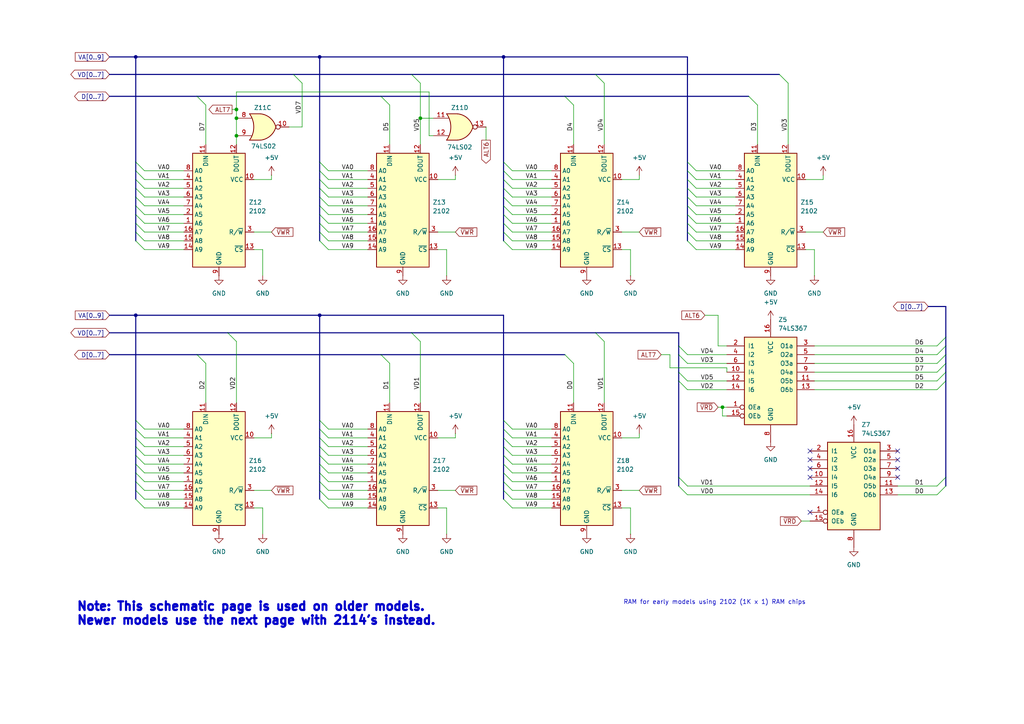
<source format=kicad_sch>
(kicad_sch (version 20231120) (generator "eeschema") (generator_version "8.0")
  (paper "A4")
  (title_block (title "Dick Smith System 80 Video and Cassette") (date "1980"))
  (lib_symbols
    (symbol "2102:2102"
      (property "Reference" "U" (at 9.906 -15.24 0))
      (property "Value" "2102" (at 11.176 -17.78 0))
      (symbol "2102_1_1"
        (rectangle (start -7.62 -1.27) (end 7.62 -34.29) (stroke (width 0.25)) (fill (type background)))
        (pin input line (at -10.16 -21.59 0) (length 2.54) (name "A6") (number "1"))
        (pin power_in line (at 10.16 -8.89 180) (length 2.54) (name "VCC") (number "10"))
        (pin bidirectional line (at -3.81 1.27 270) (length 2.54) (name "DIN") (number "11"))
        (pin bidirectional line (at 5.08 1.27 270) (length 2.54) (name "DOUT") (number "12"))
        (pin input line (at 10.16 -29.21 180) (length 2.54) (name "~{CS}") (number "13"))
        (pin input line (at -10.16 -29.21 0) (length 2.54) (name "A9") (number "14"))
        (pin input line (at -10.16 -26.67 0) (length 2.54) (name "A8") (number "15"))
        (pin input line (at -10.16 -24.13 0) (length 2.54) (name "A7") (number "16"))
        (pin input line (at -10.16 -19.05 0) (length 2.54) (name "A5") (number "2"))
        (pin input line (at 10.16 -24.13 180) (length 2.54) (name "R/~{W}") (number "3"))
        (pin input line (at -10.16 -8.89 0) (length 2.54) (name "A1") (number "4"))
        (pin input line (at -10.16 -11.43 0) (length 2.54) (name "A2") (number "5"))
        (pin input line (at -10.16 -13.97 0) (length 2.54) (name "A3") (number "6"))
        (pin input line (at -10.16 -16.51 0) (length 2.54) (name "A4") (number "7"))
        (pin input line (at -10.16 -6.35 0) (length 2.54) (name "A0") (number "8"))
        (pin power_in line (at 0 -36.83 90) (length 2.54) (name "GND") (number "9"))
      )
    )
    (symbol "74xx:74LS02" (pin_names (offset 1.016))
      (property "Reference" "U" (at 0 1.27 0))
      (property "Value" "74LS02" (at 0 -1.27 0))
      (symbol "74LS02_1_1"
        (arc (start -3.81 -3.81) (mid -2.589 0) (end -3.81 3.81) (stroke (width 0.254)))
        (arc (start -0.6096 -3.81) (mid 2.1842 -2.5851) (end 3.81 0) (stroke (width 0.254)) (fill (type background)))
        (polyline (pts (xy -3.81 -3.81) (xy -0.635 -3.81)) (stroke (width 0.254)) (fill (type background)))
        (polyline (pts (xy -3.81 3.81) (xy -0.635 3.81)) (stroke (width 0.254)) (fill (type background)))
        (polyline (pts (xy -0.635 3.81) (xy -3.81 3.81) (xy -3.81 3.81) (xy -3.556 3.4036) (xy -3.0226 2.2606) (xy -2.6924 1.0414) (xy -2.6162 -0.254) (xy -2.7686 -1.4986) (xy -3.175 -2.7178) (xy -3.81 -3.81) (xy -3.81 -3.81) (xy -0.635 -3.81)) (stroke (width -25.4)) (fill (type background)))
        (arc (start 3.81 0) (mid 2.1915 2.5936) (end -0.6096 3.81) (stroke (width 0.254)) (fill (type background)))
        (pin output inverted (at 7.62 0 180) (length 3.81) (name "~") (number "1"))
        (pin input line (at -7.62 2.54 0) (length 4.318) (name "~") (number "2"))
        (pin input line (at -7.62 -2.54 0) (length 4.318) (name "~") (number "3"))
      )
      (symbol "74LS02_1_2"
        (arc (start 0 -3.81) (mid 3.7934 0) (end 0 3.81) (stroke (width 0.254)) (fill (type background)))
        (polyline (pts (xy 0 3.81) (xy -3.81 3.81) (xy -3.81 -3.81) (xy 0 -3.81)) (stroke (width 0.254)) (fill (type background)))
        (pin output line (at 7.62 0 180) (length 3.81) (name "~") (number "1"))
        (pin input inverted (at -7.62 2.54 0) (length 3.81) (name "~") (number "2"))
        (pin input inverted (at -7.62 -2.54 0) (length 3.81) (name "~") (number "3"))
      )
      (symbol "74LS02_2_1"
        (arc (start -3.81 -3.81) (mid -2.589 0) (end -3.81 3.81) (stroke (width 0.254)))
        (arc (start -0.6096 -3.81) (mid 2.1842 -2.5851) (end 3.81 0) (stroke (width 0.254)) (fill (type background)))
        (polyline (pts (xy -3.81 -3.81) (xy -0.635 -3.81)) (stroke (width 0.254)) (fill (type background)))
        (polyline (pts (xy -3.81 3.81) (xy -0.635 3.81)) (stroke (width 0.254)) (fill (type background)))
        (polyline (pts (xy -0.635 3.81) (xy -3.81 3.81) (xy -3.81 3.81) (xy -3.556 3.4036) (xy -3.0226 2.2606) (xy -2.6924 1.0414) (xy -2.6162 -0.254) (xy -2.7686 -1.4986) (xy -3.175 -2.7178) (xy -3.81 -3.81) (xy -3.81 -3.81) (xy -0.635 -3.81)) (stroke (width -25.4)) (fill (type background)))
        (arc (start 3.81 0) (mid 2.1915 2.5936) (end -0.6096 3.81) (stroke (width 0.254)) (fill (type background)))
        (pin output inverted (at 7.62 0 180) (length 3.81) (name "~") (number "4"))
        (pin input line (at -7.62 2.54 0) (length 4.318) (name "~") (number "5"))
        (pin input line (at -7.62 -2.54 0) (length 4.318) (name "~") (number "6"))
      )
      (symbol "74LS02_2_2"
        (arc (start 0 -3.81) (mid 3.7934 0) (end 0 3.81) (stroke (width 0.254)) (fill (type background)))
        (polyline (pts (xy 0 3.81) (xy -3.81 3.81) (xy -3.81 -3.81) (xy 0 -3.81)) (stroke (width 0.254)) (fill (type background)))
        (pin output line (at 7.62 0 180) (length 3.81) (name "~") (number "4"))
        (pin input inverted (at -7.62 2.54 0) (length 3.81) (name "~") (number "5"))
        (pin input inverted (at -7.62 -2.54 0) (length 3.81) (name "~") (number "6"))
      )
      (symbol "74LS02_3_1"
        (arc (start -3.81 -3.81) (mid -2.589 0) (end -3.81 3.81) (stroke (width 0.254)))
        (arc (start -0.6096 -3.81) (mid 2.1842 -2.5851) (end 3.81 0) (stroke (width 0.254)) (fill (type background)))
        (polyline (pts (xy -3.81 -3.81) (xy -0.635 -3.81)) (stroke (width 0.254)) (fill (type background)))
        (polyline (pts (xy -3.81 3.81) (xy -0.635 3.81)) (stroke (width 0.254)) (fill (type background)))
        (polyline (pts (xy -0.635 3.81) (xy -3.81 3.81) (xy -3.81 3.81) (xy -3.556 3.4036) (xy -3.0226 2.2606) (xy -2.6924 1.0414) (xy -2.6162 -0.254) (xy -2.7686 -1.4986) (xy -3.175 -2.7178) (xy -3.81 -3.81) (xy -3.81 -3.81) (xy -0.635 -3.81)) (stroke (width -25.4)) (fill (type background)))
        (arc (start 3.81 0) (mid 2.1915 2.5936) (end -0.6096 3.81) (stroke (width 0.254)) (fill (type background)))
        (pin output inverted (at 7.62 0 180) (length 3.81) (name "~") (number "10"))
        (pin input line (at -7.62 2.54 0) (length 4.318) (name "~") (number "8"))
        (pin input line (at -7.62 -2.54 0) (length 4.318) (name "~") (number "9"))
      )
      (symbol "74LS02_3_2"
        (arc (start 0 -3.81) (mid 3.7934 0) (end 0 3.81) (stroke (width 0.254)) (fill (type background)))
        (polyline (pts (xy 0 3.81) (xy -3.81 3.81) (xy -3.81 -3.81) (xy 0 -3.81)) (stroke (width 0.254)) (fill (type background)))
        (pin output line (at 7.62 0 180) (length 3.81) (name "~") (number "10"))
        (pin input inverted (at -7.62 2.54 0) (length 3.81) (name "~") (number "8"))
        (pin input inverted (at -7.62 -2.54 0) (length 3.81) (name "~") (number "9"))
      )
      (symbol "74LS02_4_1"
        (arc (start -3.81 -3.81) (mid -2.589 0) (end -3.81 3.81) (stroke (width 0.254)))
        (arc (start -0.6096 -3.81) (mid 2.1842 -2.5851) (end 3.81 0) (stroke (width 0.254)) (fill (type background)))
        (polyline (pts (xy -3.81 -3.81) (xy -0.635 -3.81)) (stroke (width 0.254)) (fill (type background)))
        (polyline (pts (xy -3.81 3.81) (xy -0.635 3.81)) (stroke (width 0.254)) (fill (type background)))
        (polyline (pts (xy -0.635 3.81) (xy -3.81 3.81) (xy -3.81 3.81) (xy -3.556 3.4036) (xy -3.0226 2.2606) (xy -2.6924 1.0414) (xy -2.6162 -0.254) (xy -2.7686 -1.4986) (xy -3.175 -2.7178) (xy -3.81 -3.81) (xy -3.81 -3.81) (xy -0.635 -3.81)) (stroke (width -25.4)) (fill (type background)))
        (arc (start 3.81 0) (mid 2.1915 2.5936) (end -0.6096 3.81) (stroke (width 0.254)) (fill (type background)))
        (pin input line (at -7.62 2.54 0) (length 4.318) (name "~") (number "11"))
        (pin input line (at -7.62 -2.54 0) (length 4.318) (name "~") (number "12"))
        (pin output inverted (at 7.62 0 180) (length 3.81) (name "~") (number "13"))
      )
      (symbol "74LS02_4_2"
        (arc (start 0 -3.81) (mid 3.7934 0) (end 0 3.81) (stroke (width 0.254)) (fill (type background)))
        (polyline (pts (xy 0 3.81) (xy -3.81 3.81) (xy -3.81 -3.81) (xy 0 -3.81)) (stroke (width 0.254)) (fill (type background)))
        (pin input inverted (at -7.62 2.54 0) (length 3.81) (name "~") (number "11"))
        (pin input inverted (at -7.62 -2.54 0) (length 3.81) (name "~") (number "12"))
        (pin output line (at 7.62 0 180) (length 3.81) (name "~") (number "13"))
      )
      (symbol "74LS02_5_0"
        (pin power_in line (at 0 12.7 270) (length 5.08) (name "VCC") (number "14"))
        (pin power_in line (at 0 -12.7 90) (length 5.08) (name "GND") (number "7"))
      )
      (symbol "74LS02_5_1"
        (rectangle (start -5.08 7.62) (end 5.08 -7.62) (stroke (width 0.254)) (fill (type background)))
      )
    )
    (symbol "74xx:74LS367" (pin_names (offset 1.016))
      (property "Reference" "U" (at -7.62 13.97 0))
      (property "Value" "74LS367" (at -7.62 -13.97 0))
      (symbol "74LS367_1_0"
        (pin input inverted (at -12.7 -7.62 0) (length 5.08) (name "OEa") (number "1"))
        (pin input line (at -12.7 2.54 0) (length 5.08) (name "I4") (number "10"))
        (pin tri_state line (at 12.7 0 180) (length 5.08) (name "O5b") (number "11"))
        (pin input line (at -12.7 0 0) (length 5.08) (name "I5") (number "12"))
        (pin tri_state line (at 12.7 -2.54 180) (length 5.08) (name "O6b") (number "13"))
        (pin input line (at -12.7 -2.54 0) (length 5.08) (name "I6") (number "14"))
        (pin input inverted (at -12.7 -10.16 0) (length 5.08) (name "OEb") (number "15"))
        (pin power_in line (at 0 17.78 270) (length 5.08) (name "VCC") (number "16"))
        (pin input line (at -12.7 10.16 0) (length 5.08) (name "I1") (number "2"))
        (pin tri_state line (at 12.7 10.16 180) (length 5.08) (name "O1a") (number "3"))
        (pin input line (at -12.7 7.62 0) (length 5.08) (name "I2") (number "4"))
        (pin tri_state line (at 12.7 7.62 180) (length 5.08) (name "O2a") (number "5"))
        (pin input line (at -12.7 5.08 0) (length 5.08) (name "I3") (number "6"))
        (pin tri_state line (at 12.7 5.08 180) (length 5.08) (name "O3a") (number "7"))
        (pin power_in line (at 0 -17.78 90) (length 5.08) (name "GND") (number "8"))
        (pin tri_state line (at 12.7 2.54 180) (length 5.08) (name "O4a") (number "9"))
      )
      (symbol "74LS367_1_1"
        (rectangle (start -7.62 12.7) (end 7.62 -12.7) (stroke (width 0.254)) (fill (type background)))
      )
    )
    (symbol "power:+5V" (power) (pin_numbers hide) (pin_names (offset 0) hide)
      (property "Value" "+5V" (at 0 3.556 0))
      (symbol "+5V_0_1"
        (polyline (pts (xy -0.762 1.27) (xy 0 2.54)))
        (polyline (pts (xy 0 0) (xy 0 2.54)))
        (polyline (pts (xy 0 2.54) (xy 0.762 1.27)))
      )
      (symbol "+5V_1_1"
        (pin power_in line (at 0 0 90) (length 0) (name "~") (number "1"))
      )
    )
    (symbol "power:GND" (power) (pin_numbers hide) (pin_names (offset 0) hide)
      (property "Value" "GND" (at 0 -3.81 0))
      (symbol "GND_0_1"
        (polyline (pts (xy 0 0) (xy 0 -1.27) (xy 1.27 -1.27) (xy 0 -2.54) (xy -1.27 -1.27) (xy 0 -1.27)))
      )
      (symbol "GND_1_1"
        (pin power_in line (at 0 0 270) (length 0) (name "~") (number "1"))
      )
    )
  )
  (junction (at 39.37 16.51))
  (junction (at 92.71 91.44))
  (junction (at 68.58 39.37))
  (junction (at 68.58 31.75))
  (junction (at 92.71 16.51))
  (junction (at 68.58 34.29))
  (junction (at 209.55 118.11))
  (junction (at 121.92 34.29))
  (junction (at 146.05 16.51))
  (junction (at 39.37 91.44))
  (no_connect (at 260.35 133.35))
  (no_connect (at 260.35 135.89))
  (no_connect (at 234.95 135.89))
  (no_connect (at 234.95 138.43))
  (no_connect (at 234.95 130.81))
  (no_connect (at 234.95 148.59))
  (no_connect (at 260.35 130.81))
  (no_connect (at 234.95 133.35))
  (no_connect (at 260.35 138.43))
  (bus_entry (at 146.05 49.53) (size 2.54 2.54))
  (bus_entry (at 146.05 139.7) (size 2.54 2.54))
  (bus_entry (at 92.71 57.15) (size 2.54 2.54))
  (bus_entry (at 146.05 127) (size 2.54 2.54))
  (bus_entry (at 39.37 59.69) (size 2.54 2.54))
  (bus_entry (at 92.71 124.46) (size 2.54 2.54))
  (bus_entry (at 92.71 144.78) (size 2.54 2.54))
  (bus_entry (at 39.37 137.16) (size 2.54 2.54))
  (bus_entry (at 92.71 137.16) (size 2.54 2.54))
  (bus_entry (at 39.37 57.15) (size 2.54 2.54))
  (bus_entry (at 39.37 67.31) (size 2.54 2.54))
  (bus_entry (at 39.37 142.24) (size 2.54 2.54))
  (bus_entry (at 92.71 69.85) (size 2.54 2.54))
  (bus_entry (at 39.37 132.08) (size 2.54 2.54))
  (bus_entry (at 146.05 142.24) (size 2.54 2.54))
  (bus_entry (at 92.71 46.99) (size 2.54 2.54))
  (bus_entry (at 196.85 102.87) (size 2.54 2.54))
  (bus_entry (at 110.49 102.87) (size 2.54 2.54))
  (bus_entry (at 146.05 121.92) (size 2.54 2.54))
  (bus_entry (at 39.37 64.77) (size 2.54 2.54))
  (bus_entry (at 146.05 62.23) (size 2.54 2.54))
  (bus_entry (at 146.05 67.31) (size 2.54 2.54))
  (bus_entry (at 85.09 21.59) (size 2.54 2.54))
  (bus_entry (at 66.04 96.52) (size 2.54 2.54))
  (bus_entry (at 199.39 64.77) (size 2.54 2.54))
  (bus_entry (at 274.32 110.49) (size -2.54 2.54))
  (bus_entry (at 172.72 96.52) (size 2.54 2.54))
  (bus_entry (at 39.37 127) (size 2.54 2.54))
  (bus_entry (at 92.71 139.7) (size 2.54 2.54))
  (bus_entry (at 146.05 137.16) (size 2.54 2.54))
  (bus_entry (at 92.71 49.53) (size 2.54 2.54))
  (bus_entry (at 146.05 134.62) (size 2.54 2.54))
  (bus_entry (at 39.37 139.7) (size 2.54 2.54))
  (bus_entry (at 196.85 138.43) (size 2.54 2.54))
  (bus_entry (at 92.71 67.31) (size 2.54 2.54))
  (bus_entry (at 110.49 27.94) (size 2.54 2.54))
  (bus_entry (at 146.05 129.54) (size 2.54 2.54))
  (bus_entry (at 146.05 144.78) (size 2.54 2.54))
  (bus_entry (at 199.39 67.31) (size 2.54 2.54))
  (bus_entry (at 146.05 64.77) (size 2.54 2.54))
  (bus_entry (at 92.71 132.08) (size 2.54 2.54))
  (bus_entry (at 92.71 129.54) (size 2.54 2.54))
  (bus_entry (at 163.83 27.94) (size 2.54 2.54))
  (bus_entry (at 199.39 57.15) (size 2.54 2.54))
  (bus_entry (at 92.71 59.69) (size 2.54 2.54))
  (bus_entry (at 274.32 140.97) (size -2.54 2.54))
  (bus_entry (at 57.15 102.87) (size 2.54 2.54))
  (bus_entry (at 196.85 107.95) (size 2.54 2.54))
  (bus_entry (at 226.06 21.59) (size 2.54 2.54))
  (bus_entry (at 146.05 59.69) (size 2.54 2.54))
  (bus_entry (at 39.37 54.61) (size 2.54 2.54))
  (bus_entry (at 199.39 59.69) (size 2.54 2.54))
  (bus_entry (at 92.71 127) (size 2.54 2.54))
  (bus_entry (at 199.39 54.61) (size 2.54 2.54))
  (bus_entry (at 274.32 107.95) (size -2.54 2.54))
  (bus_entry (at 146.05 124.46) (size 2.54 2.54))
  (bus_entry (at 92.71 121.92) (size 2.54 2.54))
  (bus_entry (at 146.05 132.08) (size 2.54 2.54))
  (bus_entry (at 92.71 52.07) (size 2.54 2.54))
  (bus_entry (at 39.37 69.85) (size 2.54 2.54))
  (bus_entry (at 146.05 69.85) (size 2.54 2.54))
  (bus_entry (at 92.71 54.61) (size 2.54 2.54))
  (bus_entry (at 39.37 144.78) (size 2.54 2.54))
  (bus_entry (at 274.32 97.79) (size -2.54 2.54))
  (bus_entry (at 92.71 142.24) (size 2.54 2.54))
  (bus_entry (at 199.39 52.07) (size 2.54 2.54))
  (bus_entry (at 39.37 134.62) (size 2.54 2.54))
  (bus_entry (at 199.39 62.23) (size 2.54 2.54))
  (bus_entry (at 199.39 46.99) (size 2.54 2.54))
  (bus_entry (at 146.05 52.07) (size 2.54 2.54))
  (bus_entry (at 92.71 62.23) (size 2.54 2.54))
  (bus_entry (at 92.71 64.77) (size 2.54 2.54))
  (bus_entry (at 274.32 105.41) (size -2.54 2.54))
  (bus_entry (at 172.72 21.59) (size 2.54 2.54))
  (bus_entry (at 39.37 124.46) (size 2.54 2.54))
  (bus_entry (at 217.17 27.94) (size 2.54 2.54))
  (bus_entry (at 39.37 52.07) (size 2.54 2.54))
  (bus_entry (at 196.85 140.97) (size 2.54 2.54))
  (bus_entry (at 274.32 102.87) (size -2.54 2.54))
  (bus_entry (at 196.85 100.33) (size 2.54 2.54))
  (bus_entry (at 196.85 110.49) (size 2.54 2.54))
  (bus_entry (at 39.37 129.54) (size 2.54 2.54))
  (bus_entry (at 39.37 62.23) (size 2.54 2.54))
  (bus_entry (at 146.05 46.99) (size 2.54 2.54))
  (bus_entry (at 119.38 96.52) (size 2.54 2.54))
  (bus_entry (at 119.38 21.59) (size 2.54 2.54))
  (bus_entry (at 274.32 138.43) (size -2.54 2.54))
  (bus_entry (at 92.71 134.62) (size 2.54 2.54))
  (bus_entry (at 39.37 46.99) (size 2.54 2.54))
  (bus_entry (at 163.83 102.87) (size 2.54 2.54))
  (bus_entry (at 39.37 49.53) (size 2.54 2.54))
  (bus_entry (at 146.05 57.15) (size 2.54 2.54))
  (bus_entry (at 146.05 54.61) (size 2.54 2.54))
  (bus_entry (at 274.32 100.33) (size -2.54 2.54))
  (bus_entry (at 199.39 49.53) (size 2.54 2.54))
  (bus_entry (at 199.39 69.85) (size 2.54 2.54))
  (bus_entry (at 39.37 121.92) (size 2.54 2.54))
  (bus_entry (at 57.15 27.94) (size 2.54 2.54))
  (wire (pts (xy 41.91 49.53) (xy 53.34 49.53)))
  (bus (pts (xy 146.05 16.51) (xy 146.05 46.99)))
  (bus (pts (xy 92.71 67.31) (xy 92.71 69.85)))
  (bus (pts (xy 274.32 107.95) (xy 274.32 110.49)))
  (bus (pts (xy 199.39 52.07) (xy 199.39 54.61)))
  (bus (pts (xy 31.75 96.52) (xy 66.04 96.52)))
  (wire (pts (xy 127 67.31) (xy 132.08 67.31)))
  (wire (pts (xy 199.39 143.51) (xy 234.95 143.51)))
  (bus (pts (xy 39.37 16.51) (xy 39.37 46.99)))
  (bus (pts (xy 39.37 46.99) (xy 39.37 49.53)))
  (wire (pts (xy 201.93 64.77) (xy 213.36 64.77)))
  (bus (pts (xy 146.05 142.24) (xy 146.05 144.78)))
  (wire (pts (xy 129.54 72.39) (xy 127 72.39)))
  (wire (pts (xy 41.91 57.15) (xy 53.34 57.15)))
  (wire (pts (xy 148.59 139.7) (xy 160.02 139.7)))
  (bus (pts (xy 39.37 57.15) (xy 39.37 59.69)))
  (wire (pts (xy 236.22 107.95) (xy 271.78 107.95)))
  (wire (pts (xy 208.28 100.33) (xy 208.28 91.44)))
  (wire (pts (xy 95.25 52.07) (xy 106.68 52.07)))
  (wire (pts (xy 180.34 142.24) (xy 185.42 142.24)))
  (wire (pts (xy 41.91 124.46) (xy 53.34 124.46)))
  (bus (pts (xy 196.85 96.52) (xy 172.72 96.52)))
  (wire (pts (xy 113.03 105.41) (xy 113.03 116.84)))
  (bus (pts (xy 172.72 21.59) (xy 226.06 21.59)))
  (wire (pts (xy 95.25 144.78) (xy 106.68 144.78)))
  (bus (pts (xy 39.37 91.44) (xy 39.37 121.92)))
  (wire (pts (xy 148.59 67.31) (xy 160.02 67.31)))
  (wire (pts (xy 194.31 102.87) (xy 194.31 106.68)))
  (bus (pts (xy 146.05 139.7) (xy 146.05 142.24)))
  (wire (pts (xy 148.59 59.69) (xy 160.02 59.69)))
  (bus (pts (xy 92.71 91.44) (xy 146.05 91.44)))
  (wire (pts (xy 194.31 106.68) (xy 210.82 106.68)))
  (wire (pts (xy 166.37 105.41) (xy 166.37 116.84)))
  (bus (pts (xy 92.71 134.62) (xy 92.71 137.16)))
  (wire (pts (xy 41.91 62.23) (xy 53.34 62.23)))
  (wire (pts (xy 41.91 144.78) (xy 53.34 144.78)))
  (wire (pts (xy 41.91 137.16) (xy 53.34 137.16)))
  (wire (pts (xy 185.42 52.07) (xy 185.42 50.8)))
  (bus (pts (xy 39.37 59.69) (xy 39.37 62.23)))
  (wire (pts (xy 95.25 147.32) (xy 106.68 147.32)))
  (bus (pts (xy 92.71 62.23) (xy 92.71 64.77)))
  (bus (pts (xy 31.75 27.94) (xy 57.15 27.94)))
  (wire (pts (xy 68.58 31.75) (xy 68.58 34.29)))
  (bus (pts (xy 92.71 127) (xy 92.71 129.54)))
  (bus (pts (xy 119.38 96.52) (xy 172.72 96.52)))
  (wire (pts (xy 95.25 127) (xy 106.68 127)))
  (bus (pts (xy 39.37 16.51) (xy 92.71 16.51)))
  (wire (pts (xy 95.25 142.24) (xy 106.68 142.24)))
  (wire (pts (xy 95.25 59.69) (xy 106.68 59.69)))
  (wire (pts (xy 129.54 80.01) (xy 129.54 72.39)))
  (bus (pts (xy 92.71 91.44) (xy 92.71 121.92)))
  (bus (pts (xy 66.04 96.52) (xy 119.38 96.52)))
  (bus (pts (xy 146.05 121.92) (xy 146.05 124.46)))
  (bus (pts (xy 92.71 52.07) (xy 92.71 54.61)))
  (wire (pts (xy 236.22 102.87) (xy 271.78 102.87)))
  (wire (pts (xy 148.59 142.24) (xy 160.02 142.24)))
  (bus (pts (xy 196.85 107.95) (xy 196.85 110.49)))
  (wire (pts (xy 148.59 127) (xy 160.02 127)))
  (wire (pts (xy 180.34 67.31) (xy 185.42 67.31)))
  (wire (pts (xy 121.92 99.06) (xy 121.92 116.84)))
  (bus (pts (xy 31.75 21.59) (xy 85.09 21.59)))
  (bus (pts (xy 39.37 137.16) (xy 39.37 139.7)))
  (wire (pts (xy 232.41 151.13) (xy 234.95 151.13)))
  (wire (pts (xy 148.59 129.54) (xy 160.02 129.54)))
  (wire (pts (xy 41.91 69.85) (xy 53.34 69.85)))
  (bus (pts (xy 199.39 46.99) (xy 199.39 49.53)))
  (bus (pts (xy 39.37 91.44) (xy 92.71 91.44)))
  (wire (pts (xy 199.39 140.97) (xy 234.95 140.97)))
  (wire (pts (xy 201.93 72.39) (xy 213.36 72.39)))
  (bus (pts (xy 39.37 54.61) (xy 39.37 57.15)))
  (bus (pts (xy 92.71 64.77) (xy 92.71 67.31)))
  (wire (pts (xy 201.93 69.85) (xy 213.36 69.85)))
  (wire (pts (xy 201.93 57.15) (xy 213.36 57.15)))
  (wire (pts (xy 95.25 132.08) (xy 106.68 132.08)))
  (wire (pts (xy 41.91 54.61) (xy 53.34 54.61)))
  (bus (pts (xy 146.05 91.44) (xy 146.05 121.92)))
  (bus (pts (xy 110.49 102.87) (xy 163.83 102.87)))
  (bus (pts (xy 146.05 57.15) (xy 146.05 59.69)))
  (wire (pts (xy 199.39 113.03) (xy 210.82 113.03)))
  (bus (pts (xy 92.71 16.51) (xy 146.05 16.51)))
  (wire (pts (xy 233.68 52.07) (xy 238.76 52.07)))
  (bus (pts (xy 196.85 96.52) (xy 196.85 100.33)))
  (wire (pts (xy 59.69 105.41) (xy 59.69 116.84)))
  (wire (pts (xy 260.35 140.97) (xy 271.78 140.97)))
  (bus (pts (xy 274.32 97.79) (xy 274.32 100.33)))
  (bus (pts (xy 199.39 57.15) (xy 199.39 59.69)))
  (wire (pts (xy 41.91 132.08) (xy 53.34 132.08)))
  (wire (pts (xy 76.2 72.39) (xy 73.66 72.39)))
  (wire (pts (xy 201.93 59.69) (xy 213.36 59.69)))
  (wire (pts (xy 210.82 106.68) (xy 210.82 107.95)))
  (bus (pts (xy 199.39 64.77) (xy 199.39 67.31)))
  (bus (pts (xy 39.37 129.54) (xy 39.37 132.08)))
  (wire (pts (xy 41.91 147.32) (xy 53.34 147.32)))
  (wire (pts (xy 175.26 99.06) (xy 175.26 116.84)))
  (wire (pts (xy 210.82 100.33) (xy 208.28 100.33)))
  (wire (pts (xy 180.34 52.07) (xy 185.42 52.07)))
  (wire (pts (xy 95.25 64.77) (xy 106.68 64.77)))
  (wire (pts (xy 41.91 59.69) (xy 53.34 59.69)))
  (bus (pts (xy 31.75 91.44) (xy 39.37 91.44)))
  (wire (pts (xy 148.59 72.39) (xy 160.02 72.39)))
  (wire (pts (xy 78.74 52.07) (xy 78.74 50.8)))
  (wire (pts (xy 236.22 72.39) (xy 233.68 72.39)))
  (bus (pts (xy 274.32 138.43) (xy 274.32 140.97)))
  (bus (pts (xy 146.05 46.99) (xy 146.05 49.53)))
  (wire (pts (xy 208.28 91.44) (xy 204.47 91.44)))
  (wire (pts (xy 132.08 127) (xy 132.08 125.73)))
  (wire (pts (xy 124.46 39.37) (xy 124.46 26.67)))
  (wire (pts (xy 95.25 139.7) (xy 106.68 139.7)))
  (wire (pts (xy 41.91 139.7) (xy 53.34 139.7)))
  (wire (pts (xy 95.25 69.85) (xy 106.68 69.85)))
  (bus (pts (xy 39.37 52.07) (xy 39.37 54.61)))
  (wire (pts (xy 209.55 118.11) (xy 210.82 118.11)))
  (wire (pts (xy 182.88 80.01) (xy 182.88 72.39)))
  (bus (pts (xy 199.39 54.61) (xy 199.39 57.15)))
  (bus (pts (xy 92.71 132.08) (xy 92.71 134.62)))
  (bus (pts (xy 92.71 59.69) (xy 92.71 62.23)))
  (bus (pts (xy 146.05 124.46) (xy 146.05 127)))
  (wire (pts (xy 78.74 127) (xy 78.74 125.73)))
  (bus (pts (xy 92.71 49.53) (xy 92.71 52.07)))
  (wire (pts (xy 68.58 34.29) (xy 68.58 39.37)))
  (wire (pts (xy 125.73 39.37) (xy 124.46 39.37)))
  (wire (pts (xy 127 52.07) (xy 132.08 52.07)))
  (wire (pts (xy 185.42 127) (xy 185.42 125.73)))
  (bus (pts (xy 92.71 142.24) (xy 92.71 144.78)))
  (wire (pts (xy 148.59 57.15) (xy 160.02 57.15)))
  (wire (pts (xy 182.88 154.94) (xy 182.88 147.32)))
  (wire (pts (xy 201.93 54.61) (xy 213.36 54.61)))
  (bus (pts (xy 199.39 49.53) (xy 199.39 52.07)))
  (bus (pts (xy 196.85 102.87) (xy 196.85 107.95)))
  (bus (pts (xy 199.39 62.23) (xy 199.39 64.77)))
  (wire (pts (xy 236.22 100.33) (xy 271.78 100.33)))
  (bus (pts (xy 274.32 105.41) (xy 274.32 107.95)))
  (bus (pts (xy 146.05 16.51) (xy 199.39 16.51)))
  (wire (pts (xy 41.91 52.07) (xy 53.34 52.07)))
  (wire (pts (xy 260.35 143.51) (xy 271.78 143.51)))
  (wire (pts (xy 121.92 34.29) (xy 125.73 34.29)))
  (wire (pts (xy 238.76 52.07) (xy 238.76 50.8)))
  (wire (pts (xy 148.59 132.08) (xy 160.02 132.08)))
  (wire (pts (xy 68.58 26.67) (xy 68.58 31.75)))
  (wire (pts (xy 73.66 67.31) (xy 78.74 67.31)))
  (bus (pts (xy 85.09 21.59) (xy 119.38 21.59)))
  (bus (pts (xy 39.37 64.77) (xy 39.37 67.31)))
  (wire (pts (xy 76.2 147.32) (xy 73.66 147.32)))
  (bus (pts (xy 146.05 52.07) (xy 146.05 54.61)))
  (bus (pts (xy 39.37 124.46) (xy 39.37 127)))
  (wire (pts (xy 127 142.24) (xy 132.08 142.24)))
  (bus (pts (xy 92.71 137.16) (xy 92.71 139.7)))
  (wire (pts (xy 201.93 67.31) (xy 213.36 67.31)))
  (wire (pts (xy 180.34 127) (xy 185.42 127)))
  (bus (pts (xy 199.39 67.31) (xy 199.39 69.85)))
  (bus (pts (xy 274.32 100.33) (xy 274.32 102.87)))
  (wire (pts (xy 148.59 64.77) (xy 160.02 64.77)))
  (wire (pts (xy 76.2 154.94) (xy 76.2 147.32)))
  (bus (pts (xy 146.05 137.16) (xy 146.05 139.7)))
  (wire (pts (xy 233.68 67.31) (xy 238.76 67.31)))
  (wire (pts (xy 199.39 110.49) (xy 210.82 110.49)))
  (bus (pts (xy 274.32 102.87) (xy 274.32 105.41)))
  (wire (pts (xy 140.97 36.83) (xy 140.97 40.64)))
  (bus (pts (xy 110.49 27.94) (xy 163.83 27.94)))
  (bus (pts (xy 39.37 121.92) (xy 39.37 124.46)))
  (wire (pts (xy 95.25 54.61) (xy 106.68 54.61)))
  (wire (pts (xy 95.25 129.54) (xy 106.68 129.54)))
  (bus (pts (xy 146.05 54.61) (xy 146.05 57.15)))
  (bus (pts (xy 39.37 62.23) (xy 39.37 64.77)))
  (wire (pts (xy 236.22 105.41) (xy 271.78 105.41)))
  (wire (pts (xy 208.28 118.11) (xy 209.55 118.11)))
  (wire (pts (xy 182.88 147.32) (xy 180.34 147.32)))
  (wire (pts (xy 148.59 69.85) (xy 160.02 69.85)))
  (bus (pts (xy 146.05 134.62) (xy 146.05 137.16)))
  (wire (pts (xy 59.69 30.48) (xy 59.69 41.91)))
  (bus (pts (xy 39.37 67.31) (xy 39.37 69.85)))
  (bus (pts (xy 39.37 127) (xy 39.37 129.54)))
  (wire (pts (xy 209.55 120.65) (xy 209.55 118.11)))
  (wire (pts (xy 68.58 99.06) (xy 68.58 116.84)))
  (bus (pts (xy 274.32 88.9) (xy 269.24 88.9)))
  (bus (pts (xy 199.39 16.51) (xy 199.39 46.99)))
  (wire (pts (xy 201.93 62.23) (xy 213.36 62.23)))
  (bus (pts (xy 146.05 67.31) (xy 146.05 69.85)))
  (wire (pts (xy 41.91 142.24) (xy 53.34 142.24)))
  (wire (pts (xy 73.66 127) (xy 78.74 127)))
  (bus (pts (xy 146.05 49.53) (xy 146.05 52.07)))
  (bus (pts (xy 92.71 16.51) (xy 92.71 46.99)))
  (bus (pts (xy 146.05 62.23) (xy 146.05 64.77)))
  (bus (pts (xy 31.75 16.51) (xy 39.37 16.51)))
  (bus (pts (xy 119.38 21.59) (xy 172.72 21.59)))
  (wire (pts (xy 148.59 62.23) (xy 160.02 62.23)))
  (wire (pts (xy 87.63 24.13) (xy 87.63 36.83)))
  (wire (pts (xy 236.22 110.49) (xy 271.78 110.49)))
  (bus (pts (xy 92.71 139.7) (xy 92.71 142.24)))
  (bus (pts (xy 196.85 110.49) (xy 196.85 138.43)))
  (wire (pts (xy 199.39 105.41) (xy 210.82 105.41)))
  (wire (pts (xy 95.25 62.23) (xy 106.68 62.23)))
  (wire (pts (xy 73.66 142.24) (xy 78.74 142.24)))
  (wire (pts (xy 41.91 127) (xy 53.34 127)))
  (bus (pts (xy 274.32 110.49) (xy 274.32 138.43)))
  (bus (pts (xy 146.05 59.69) (xy 146.05 62.23)))
  (wire (pts (xy 148.59 147.32) (xy 160.02 147.32)))
  (wire (pts (xy 67.31 31.75) (xy 68.58 31.75)))
  (wire (pts (xy 236.22 80.01) (xy 236.22 72.39)))
  (wire (pts (xy 129.54 154.94) (xy 129.54 147.32)))
  (wire (pts (xy 199.39 102.87) (xy 210.82 102.87)))
  (wire (pts (xy 73.66 52.07) (xy 78.74 52.07)))
  (wire (pts (xy 129.54 147.32) (xy 127 147.32)))
  (wire (pts (xy 95.25 72.39) (xy 106.68 72.39)))
  (wire (pts (xy 201.93 49.53) (xy 213.36 49.53)))
  (bus (pts (xy 163.83 27.94) (xy 217.17 27.94)))
  (bus (pts (xy 146.05 127) (xy 146.05 129.54)))
  (wire (pts (xy 148.59 134.62) (xy 160.02 134.62)))
  (bus (pts (xy 146.05 64.77) (xy 146.05 67.31)))
  (bus (pts (xy 199.39 59.69) (xy 199.39 62.23)))
  (wire (pts (xy 132.08 52.07) (xy 132.08 50.8)))
  (wire (pts (xy 148.59 144.78) (xy 160.02 144.78)))
  (bus (pts (xy 57.15 27.94) (xy 110.49 27.94)))
  (wire (pts (xy 68.58 39.37) (xy 68.58 41.91)))
  (bus (pts (xy 92.71 124.46) (xy 92.71 127)))
  (wire (pts (xy 148.59 54.61) (xy 160.02 54.61)))
  (bus (pts (xy 274.32 88.9) (xy 274.32 97.79)))
  (wire (pts (xy 175.26 24.13) (xy 175.26 41.91)))
  (bus (pts (xy 39.37 139.7) (xy 39.37 142.24)))
  (wire (pts (xy 148.59 124.46) (xy 160.02 124.46)))
  (wire (pts (xy 41.91 67.31) (xy 53.34 67.31)))
  (wire (pts (xy 95.25 134.62) (xy 106.68 134.62)))
  (wire (pts (xy 236.22 113.03) (xy 271.78 113.03)))
  (wire (pts (xy 148.59 52.07) (xy 160.02 52.07)))
  (bus (pts (xy 92.71 57.15) (xy 92.71 59.69)))
  (wire (pts (xy 121.92 24.13) (xy 121.92 34.29)))
  (wire (pts (xy 95.25 137.16) (xy 106.68 137.16)))
  (bus (pts (xy 146.05 132.08) (xy 146.05 134.62)))
  (wire (pts (xy 210.82 120.65) (xy 209.55 120.65)))
  (wire (pts (xy 182.88 72.39) (xy 180.34 72.39)))
  (wire (pts (xy 228.6 24.13) (xy 228.6 41.91)))
  (bus (pts (xy 92.71 54.61) (xy 92.71 57.15)))
  (wire (pts (xy 95.25 67.31) (xy 106.68 67.31)))
  (wire (pts (xy 83.82 36.83) (xy 87.63 36.83)))
  (wire (pts (xy 166.37 30.48) (xy 166.37 41.91)))
  (wire (pts (xy 95.25 57.15) (xy 106.68 57.15)))
  (bus (pts (xy 39.37 134.62) (xy 39.37 137.16)))
  (bus (pts (xy 92.71 121.92) (xy 92.71 124.46)))
  (bus (pts (xy 39.37 132.08) (xy 39.37 134.62)))
  (wire (pts (xy 41.91 134.62) (xy 53.34 134.62)))
  (wire (pts (xy 95.25 124.46) (xy 106.68 124.46)))
  (bus (pts (xy 57.15 102.87) (xy 110.49 102.87)))
  (bus (pts (xy 146.05 129.54) (xy 146.05 132.08)))
  (wire (pts (xy 148.59 137.16) (xy 160.02 137.16)))
  (bus (pts (xy 39.37 142.24) (xy 39.37 144.78)))
  (wire (pts (xy 41.91 72.39) (xy 53.34 72.39)))
  (wire (pts (xy 113.03 30.48) (xy 113.03 41.91)))
  (bus (pts (xy 196.85 100.33) (xy 196.85 102.87)))
  (bus (pts (xy 31.75 102.87) (xy 57.15 102.87)))
  (wire (pts (xy 95.25 49.53) (xy 106.68 49.53)))
  (bus (pts (xy 92.71 46.99) (xy 92.71 49.53)))
  (wire (pts (xy 124.46 26.67) (xy 68.58 26.67)))
  (wire (pts (xy 121.92 34.29) (xy 121.92 41.91)))
  (wire (pts (xy 201.93 52.07) (xy 213.36 52.07)))
  (wire (pts (xy 148.59 49.53) (xy 160.02 49.53)))
  (wire (pts (xy 41.91 64.77) (xy 53.34 64.77)))
  (bus (pts (xy 92.71 129.54) (xy 92.71 132.08)))
  (wire (pts (xy 41.91 129.54) (xy 53.34 129.54)))
  (bus (pts (xy 196.85 138.43) (xy 196.85 140.97)))
  (wire (pts (xy 191.77 102.87) (xy 194.31 102.87)))
  (bus (pts (xy 39.37 49.53) (xy 39.37 52.07)))
  (wire (pts (xy 219.71 30.48) (xy 219.71 41.91)))
  (wire (pts (xy 127 127) (xy 132.08 127)))
  (wire (pts (xy 76.2 80.01) (xy 76.2 72.39)))
  (text "RAM for early models using 2102 (1K x 1) RAM chips" (at 207.264 174.752 0) (effects (font (size 1.27 1.27))))
  (text "Note: This schematic page is used on older models.\nNewer models use the next page with 2114's instead." (at 22.098 178.054 0) (effects (font (size 2.5 2.5) (thickness 0.7) (bold yes)) (justify left)))
  (label "VA6" (at 99.06 64.77 0))
  (label "VA1" (at 205.74 52.07 0))
  (label "VA0" (at 152.4 49.53 0))
  (label "VD1" (at 203.2 140.97 0))
  (label "VA2" (at 205.74 54.61 0))
  (label "VA4" (at 45.72 59.69 0))
  (label "VD0" (at 203.2 143.51 0))
  (label "D4" (at 166.37 38.1 90))
  (label "VA8" (at 45.72 69.85 0))
  (label "VA4" (at 152.4 59.69 0))
  (label "VA8" (at 152.4 69.85 0))
  (label "VA7" (at 152.4 67.31 0))
  (label "VA6" (at 45.72 139.7 0))
  (label "D5" (at 267.97 110.49 180))
  (label "VA3" (at 99.06 57.15 0))
  (label "VA5" (at 99.06 62.23 0))
  (label "VD3" (at 203.2 105.41 0))
  (label "VA0" (at 152.4 124.46 0))
  (label "VA9" (at 99.06 147.32 0))
  (label "VA3" (at 45.72 57.15 0))
  (label "VA2" (at 152.4 54.61 0))
  (label "D2" (at 267.97 113.03 180))
  (label "VD2" (at 203.2 113.03 0))
  (label "D4" (at 267.97 102.87 180))
  (label "VA1" (at 45.72 52.07 0))
  (label "VA4" (at 99.06 59.69 0))
  (label "VD1" (at 121.92 113.03 90))
  (label "VA0" (at 205.74 49.53 0))
  (label "VA4" (at 45.72 134.62 0))
  (label "VA0" (at 99.06 124.46 0))
  (label "D3" (at 219.71 38.1 90))
  (label "VA9" (at 45.72 147.32 0))
  (label "VA8" (at 99.06 144.78 0))
  (label "VA1" (at 99.06 52.07 0))
  (label "VA5" (at 205.74 62.23 0))
  (label "D1" (at 267.97 140.97 180))
  (label "VA6" (at 152.4 64.77 0))
  (label "VA3" (at 152.4 57.15 0))
  (label "D7" (at 267.97 107.95 180))
  (label "VA2" (at 45.72 129.54 0))
  (label "VA8" (at 99.06 69.85 0))
  (label "VA7" (at 99.06 67.31 0))
  (label "VA5" (at 99.06 137.16 0))
  (label "VD7" (at 87.63 33.02 90))
  (label "VA8" (at 152.4 144.78 0))
  (label "VA1" (at 45.72 127 0))
  (label "VA9" (at 205.74 72.39 0))
  (label "VA6" (at 152.4 139.7 0))
  (label "VA0" (at 99.06 49.53 0))
  (label "VA9" (at 152.4 72.39 0))
  (label "VA6" (at 205.74 64.77 0))
  (label "VA0" (at 45.72 124.46 0))
  (label "D2" (at 59.69 113.03 90))
  (label "VA4" (at 205.74 59.69 0))
  (label "VA9" (at 45.72 72.39 0))
  (label "VA3" (at 99.06 132.08 0))
  (label "VA5" (at 152.4 137.16 0))
  (label "VD5" (at 203.2 110.49 0))
  (label "D3" (at 267.97 105.41 180))
  (label "VA4" (at 152.4 134.62 0))
  (label "D0" (at 267.97 143.51 180))
  (label "VA4" (at 99.06 134.62 0))
  (label "VA8" (at 205.74 69.85 0))
  (label "VD2" (at 68.58 113.03 90))
  (label "VA0" (at 45.72 49.53 0))
  (label "VA2" (at 45.72 54.61 0))
  (label "D5" (at 113.03 38.1 90))
  (label "VA9" (at 152.4 147.32 0))
  (label "D7" (at 59.69 38.1 90))
  (label "VA3" (at 45.72 132.08 0))
  (label "VA7" (at 45.72 67.31 0))
  (label "VA6" (at 45.72 64.77 0))
  (label "VD3" (at 228.6 38.1 90))
  (label "VD1" (at 175.26 113.03 90))
  (label "D0" (at 166.37 113.03 90))
  (label "VA2" (at 99.06 129.54 0))
  (label "VA3" (at 205.74 57.15 0))
  (label "VA7" (at 45.72 142.24 0))
  (label "VA1" (at 152.4 52.07 0))
  (label "VD4" (at 175.26 38.1 90))
  (label "VA2" (at 152.4 129.54 0))
  (label "VA1" (at 99.06 127 0))
  (label "VA5" (at 45.72 137.16 0))
  (label "VA7" (at 152.4 142.24 0))
  (label "VA3" (at 152.4 132.08 0))
  (label "D1" (at 113.03 113.03 90))
  (label "VA5" (at 45.72 62.23 0))
  (label "VA8" (at 45.72 144.78 0))
  (label "VA5" (at 152.4 62.23 0))
  (label "VD4" (at 203.2 102.87 0))
  (label "VA7" (at 205.74 67.31 0))
  (label "VA1" (at 152.4 127 0))
  (label "VA9" (at 99.06 72.39 0))
  (label "VA6" (at 99.06 139.7 0))
  (label "D6" (at 267.97 100.33 180))
  (label "VA7" (at 99.06 142.24 0))
  (label "VD5" (at 121.92 38.1 90))
  (label "VA2" (at 99.06 54.61 0))
  (global_label "ALT6" (shape output) (at 140.97 40.64 270) (property "Intersheetrefs" "${INTERSHEET_REFS}" (effects (hide yes))))
  (global_label "~{VWR}" (shape input) (at 78.74 142.24 0) (property "Intersheetrefs" "${INTERSHEET_REFS}" (effects (hide yes))))
  (global_label "~{VWR}" (shape input) (at 78.74 67.31 0) (property "Intersheetrefs" "${INTERSHEET_REFS}" (effects (hide yes))))
  (global_label "ALT7" (shape output) (at 67.31 31.75 180) (property "Intersheetrefs" "${INTERSHEET_REFS}" (effects (hide yes))))
  (global_label "VA[0..9]" (shape input) (at 31.75 16.51 180) (property "Intersheetrefs" "${INTERSHEET_REFS}" (effects (hide yes))))
  (global_label "D[0..7]" (shape bidirectional) (at 269.24 88.9 180) (property "Intersheetrefs" "${INTERSHEET_REFS}" (effects (hide yes))))
  (global_label "VD[0..7]" (shape bidirectional) (at 31.75 96.52 180) (property "Intersheetrefs" "${INTERSHEET_REFS}" (effects (hide yes))))
  (global_label "VA[0..9]" (shape input) (at 31.75 91.44 180) (property "Intersheetrefs" "${INTERSHEET_REFS}" (effects (hide yes))))
  (global_label "ALT7" (shape input) (at 191.77 102.87 180) (property "Intersheetrefs" "${INTERSHEET_REFS}" (effects (hide yes))))
  (global_label "~{VWR}" (shape input) (at 132.08 67.31 0) (property "Intersheetrefs" "${INTERSHEET_REFS}" (effects (hide yes))))
  (global_label "~{VRD}" (shape input) (at 232.41 151.13 180) (property "Intersheetrefs" "${INTERSHEET_REFS}" (effects (hide yes))))
  (global_label "~{VWR}" (shape input) (at 185.42 142.24 0) (property "Intersheetrefs" "${INTERSHEET_REFS}" (effects (hide yes))))
  (global_label "~{VWR}" (shape input) (at 238.76 67.31 0) (property "Intersheetrefs" "${INTERSHEET_REFS}" (effects (hide yes))))
  (global_label "~{VWR}" (shape input) (at 132.08 142.24 0) (property "Intersheetrefs" "${INTERSHEET_REFS}" (effects (hide yes))))
  (global_label "~{VRD}" (shape input) (at 208.28 118.11 180) (property "Intersheetrefs" "${INTERSHEET_REFS}" (effects (hide yes))))
  (global_label "D[0..7]" (shape bidirectional) (at 31.75 102.87 180) (property "Intersheetrefs" "${INTERSHEET_REFS}" (effects (hide yes))))
  (global_label "D[0..7]" (shape bidirectional) (at 31.75 27.94 180) (property "Intersheetrefs" "${INTERSHEET_REFS}" (effects (hide yes))))
  (global_label "VD[0..7]" (shape bidirectional) (at 31.75 21.59 180) (property "Intersheetrefs" "${INTERSHEET_REFS}" (effects (hide yes))))
  (global_label "~{VWR}" (shape input) (at 185.42 67.31 0) (property "Intersheetrefs" "${INTERSHEET_REFS}" (effects (hide yes))))
  (global_label "ALT6" (shape input) (at 204.47 91.44 180) (property "Intersheetrefs" "${INTERSHEET_REFS}" (effects (hide yes))))
  (symbol (lib_id "2102:2102") (at 63.5 118.11 0) (unit 1)
    (property "Reference" "Z16" (at 72.136 133.604 0) (effects (justify left)))
    (property "Value" "2102" (at 72.136 136.144 0) (effects (justify left)))
    (property "Footprint" "Package_DIP:DIP-16_W7.62mm" (effects (hide yes)))
    (property "Datasheet" "https://www.princeton.edu/~mae412/HANDOUTS/Datasheets/2102.pdf" (effects (hide yes)))
  )
  (symbol (lib_id "74xx:74LS367") (at 247.65 140.97 0) (unit 1)
    (property "Reference" "Z7" (at 249.8441 123.19 0) (effects (justify left)))
    (property "Value" "74LS367" (at 249.8441 125.73 0) (effects (justify left)))
    (property "Datasheet" "http://www.ti.com/lit/gpn/sn74LS367" (effects (hide yes)))
    (property "Description" "Hex Bus Driver 3-state outputs" (effects (hide yes)))
  )
  (symbol (lib_id "power:GND") (at 236.22 80.01 0) (unit 1)
    (property "Reference" "#PWR080" (effects (hide yes)))
    (property "Value" "GND" (at 236.22 85.09 0))
    (property "Description" "Power symbol creates a global label with name \"GND\" , ground" (effects (hide yes)))
  )
  (symbol (lib_id "74xx:74LS02") (at 76.2 36.83 0) (unit 3)
    (property "Reference" "Z11" (at 76.2 31.242 0))
    (property "Value" "74LS02" (at 76.454 42.418 0))
    (property "Footprint" "Package_DIP:DIP-14_W7.62mm" (effects (hide yes)))
    (property "Datasheet" "http://www.ti.com/lit/gpn/sn74ls02" (effects (hide yes)))
    (property "Description" "quad 2-input NOR gate" (effects (hide yes)))
  )
  (symbol (lib_id "2102:2102") (at 116.84 118.11 0) (unit 1)
    (property "Reference" "Z17" (at 125.476 133.604 0) (effects (justify left)))
    (property "Value" "2102" (at 125.476 136.144 0) (effects (justify left)))
    (property "Footprint" "Package_DIP:DIP-16_W7.62mm" (effects (hide yes)))
    (property "Datasheet" "https://www.princeton.edu/~mae412/HANDOUTS/Datasheets/2102.pdf" (effects (hide yes)))
  )
  (symbol (lib_id "power:+5V") (at 185.42 125.73 0) (unit 1)
    (property "Reference" "#PWR090" (effects (hide yes)))
    (property "Value" "+5V" (at 185.42 120.65 0))
    (property "Description" "Power symbol creates a global label with name \"+5V\"" (effects (hide yes)))
  )
  (symbol (lib_id "power:+5V") (at 78.74 125.73 0) (unit 1)
    (property "Reference" "#PWR084" (effects (hide yes)))
    (property "Value" "+5V" (at 78.74 120.65 0))
    (property "Description" "Power symbol creates a global label with name \"+5V\"" (effects (hide yes)))
  )
  (symbol (lib_id "power:+5V") (at 247.65 123.19 0) (unit 1)
    (property "Reference" "#PWR093" (effects (hide yes)))
    (property "Value" "+5V" (at 247.65 118.11 0))
    (property "Description" "Power symbol creates a global label with name \"+5V\"" (effects (hide yes)))
  )
  (symbol (lib_id "power:+5V") (at 132.08 125.73 0) (unit 1)
    (property "Reference" "#PWR087" (effects (hide yes)))
    (property "Value" "+5V" (at 132.08 120.65 0))
    (property "Description" "Power symbol creates a global label with name \"+5V\"" (effects (hide yes)))
  )
  (symbol (lib_id "2102:2102") (at 116.84 43.18 0) (unit 1)
    (property "Reference" "Z13" (at 125.476 58.674 0) (effects (justify left)))
    (property "Value" "2102" (at 125.476 61.214 0) (effects (justify left)))
    (property "Footprint" "Package_DIP:DIP-16_W7.62mm" (effects (hide yes)))
    (property "Datasheet" "https://www.princeton.edu/~mae412/HANDOUTS/Datasheets/2102.pdf" (effects (hide yes)))
  )
  (symbol (lib_id "2102:2102") (at 170.18 118.11 0) (unit 1)
    (property "Reference" "Z18" (at 178.816 133.604 0) (effects (justify left)))
    (property "Value" "2102" (at 178.816 136.144 0) (effects (justify left)))
    (property "Footprint" "Package_DIP:DIP-16_W7.62mm" (effects (hide yes)))
    (property "Datasheet" "https://www.princeton.edu/~mae412/HANDOUTS/Datasheets/2102.pdf" (effects (hide yes)))
  )
  (symbol (lib_id "power:GND") (at 129.54 80.01 0) (unit 1)
    (property "Reference" "#PWR074" (effects (hide yes)))
    (property "Value" "GND" (at 129.54 85.09 0))
    (property "Description" "Power symbol creates a global label with name \"GND\" , ground" (effects (hide yes)))
  )
  (symbol (lib_id "2102:2102") (at 170.18 43.18 0) (unit 1)
    (property "Reference" "Z14" (at 178.816 58.674 0) (effects (justify left)))
    (property "Value" "2102" (at 178.816 61.214 0) (effects (justify left)))
    (property "Footprint" "Package_DIP:DIP-16_W7.62mm" (effects (hide yes)))
    (property "Datasheet" "https://www.princeton.edu/~mae412/HANDOUTS/Datasheets/2102.pdf" (effects (hide yes)))
  )
  (symbol (lib_id "power:GND") (at 129.54 154.94 0) (unit 1)
    (property "Reference" "#PWR086" (effects (hide yes)))
    (property "Value" "GND" (at 129.54 160.02 0))
    (property "Description" "Power symbol creates a global label with name \"GND\" , ground" (effects (hide yes)))
  )
  (symbol (lib_id "power:GND") (at 182.88 154.94 0) (unit 1)
    (property "Reference" "#PWR089" (effects (hide yes)))
    (property "Value" "GND" (at 182.88 160.02 0))
    (property "Description" "Power symbol creates a global label with name \"GND\" , ground" (effects (hide yes)))
  )
  (symbol (lib_id "power:GND") (at 223.52 80.01 0) (unit 1)
    (property "Reference" "#PWR079" (effects (hide yes)))
    (property "Value" "GND" (at 223.52 85.09 0))
    (property "Description" "Power symbol creates a global label with name \"GND\" , ground" (effects (hide yes)))
  )
  (symbol (lib_id "power:+5V") (at 185.42 50.8 0) (unit 1)
    (property "Reference" "#PWR078" (effects (hide yes)))
    (property "Value" "+5V" (at 185.42 45.72 0))
    (property "Description" "Power symbol creates a global label with name \"+5V\"" (effects (hide yes)))
  )
  (symbol (lib_id "2102:2102") (at 63.5 43.18 0) (unit 1)
    (property "Reference" "Z12" (at 72.136 58.674 0) (effects (justify left)))
    (property "Value" "2102" (at 72.136 61.214 0) (effects (justify left)))
    (property "Footprint" "Package_DIP:DIP-16_W7.62mm" (effects (hide yes)))
    (property "Datasheet" "https://www.princeton.edu/~mae412/HANDOUTS/Datasheets/2102.pdf" (effects (hide yes)))
  )
  (symbol (lib_id "power:GND") (at 247.65 158.75 0) (unit 1)
    (property "Reference" "#PWR094" (effects (hide yes)))
    (property "Value" "GND" (at 247.65 163.83 0))
    (property "Description" "Power symbol creates a global label with name \"GND\" , ground" (effects (hide yes)))
  )
  (symbol (lib_id "power:+5V") (at 78.74 50.8 0) (unit 1)
    (property "Reference" "#PWR072" (effects (hide yes)))
    (property "Value" "+5V" (at 78.74 45.72 0))
    (property "Description" "Power symbol creates a global label with name \"+5V\"" (effects (hide yes)))
  )
  (symbol (lib_id "power:GND") (at 116.84 80.01 0) (unit 1)
    (property "Reference" "#PWR073" (effects (hide yes)))
    (property "Value" "GND" (at 116.84 85.09 0))
    (property "Description" "Power symbol creates a global label with name \"GND\" , ground" (effects (hide yes)))
  )
  (symbol (lib_id "power:GND") (at 170.18 80.01 0) (unit 1)
    (property "Reference" "#PWR076" (effects (hide yes)))
    (property "Value" "GND" (at 170.18 85.09 0))
    (property "Description" "Power symbol creates a global label with name \"GND\" , ground" (effects (hide yes)))
  )
  (symbol (lib_id "power:+5V") (at 132.08 50.8 0) (unit 1)
    (property "Reference" "#PWR075" (effects (hide yes)))
    (property "Value" "+5V" (at 132.08 45.72 0))
    (property "Description" "Power symbol creates a global label with name \"+5V\"" (effects (hide yes)))
  )
  (symbol (lib_id "power:GND") (at 76.2 154.94 0) (unit 1)
    (property "Reference" "#PWR083" (effects (hide yes)))
    (property "Value" "GND" (at 76.2 160.02 0))
    (property "Description" "Power symbol creates a global label with name \"GND\" , ground" (effects (hide yes)))
  )
  (symbol (lib_id "2102:2102") (at 223.52 43.18 0) (unit 1)
    (property "Reference" "Z15" (at 232.156 58.674 0) (effects (justify left)))
    (property "Value" "2102" (at 232.156 61.214 0) (effects (justify left)))
    (property "Footprint" "Package_DIP:DIP-16_W7.62mm" (effects (hide yes)))
    (property "Datasheet" "https://www.princeton.edu/~mae412/HANDOUTS/Datasheets/2102.pdf" (effects (hide yes)))
  )
  (symbol (lib_id "power:GND") (at 182.88 80.01 0) (unit 1)
    (property "Reference" "#PWR077" (effects (hide yes)))
    (property "Value" "GND" (at 182.88 85.09 0))
    (property "Description" "Power symbol creates a global label with name \"GND\" , ground" (effects (hide yes)))
  )
  (symbol (lib_id "74xx:74LS367") (at 223.52 110.49 0) (unit 1)
    (property "Reference" "Z5" (at 225.7141 92.71 0) (effects (justify left)))
    (property "Value" "74LS367" (at 225.7141 95.25 0) (effects (justify left)))
    (property "Footprint" "Package_DIP:DIP-16_W7.62mm" (effects (hide yes)))
    (property "Datasheet" "http://www.ti.com/lit/gpn/sn74LS367" (effects (hide yes)))
    (property "Description" "Hex Bus Driver 3-state outputs" (effects (hide yes)))
  )
  (symbol (lib_id "power:GND") (at 116.84 154.94 0) (unit 1)
    (property "Reference" "#PWR085" (effects (hide yes)))
    (property "Value" "GND" (at 116.84 160.02 0))
    (property "Description" "Power symbol creates a global label with name \"GND\" , ground" (effects (hide yes)))
  )
  (symbol (lib_id "power:GND") (at 63.5 154.94 0) (unit 1)
    (property "Reference" "#PWR082" (effects (hide yes)))
    (property "Value" "GND" (at 63.5 160.02 0))
    (property "Description" "Power symbol creates a global label with name \"GND\" , ground" (effects (hide yes)))
  )
  (symbol (lib_id "power:+5V") (at 223.52 92.71 0) (unit 1)
    (property "Reference" "#PWR091" (effects (hide yes)))
    (property "Value" "+5V" (at 223.52 87.63 0))
    (property "Description" "Power symbol creates a global label with name \"+5V\"" (effects (hide yes)))
  )
  (symbol (lib_id "power:GND") (at 170.18 154.94 0) (unit 1)
    (property "Reference" "#PWR088" (effects (hide yes)))
    (property "Value" "GND" (at 170.18 160.02 0))
    (property "Description" "Power symbol creates a global label with name \"GND\" , ground" (effects (hide yes)))
  )
  (symbol (lib_id "power:+5V") (at 238.76 50.8 0) (unit 1)
    (property "Reference" "#PWR081" (effects (hide yes)))
    (property "Value" "+5V" (at 238.76 45.72 0))
    (property "Description" "Power symbol creates a global label with name \"+5V\"" (effects (hide yes)))
  )
  (symbol (lib_id "power:GND") (at 76.2 80.01 0) (unit 1)
    (property "Reference" "#PWR071" (effects (hide yes)))
    (property "Value" "GND" (at 76.2 85.09 0))
    (property "Description" "Power symbol creates a global label with name \"GND\" , ground" (effects (hide yes)))
  )
  (symbol (lib_id "power:GND") (at 223.52 128.27 0) (unit 1)
    (property "Reference" "#PWR092" (effects (hide yes)))
    (property "Value" "GND" (at 223.52 133.35 0))
    (property "Description" "Power symbol creates a global label with name \"GND\" , ground" (effects (hide yes)))
  )
  (symbol (lib_id "power:GND") (at 63.5 80.01 0) (unit 1)
    (property "Reference" "#PWR070" (effects (hide yes)))
    (property "Value" "GND" (at 63.5 85.09 0))
    (property "Description" "Power symbol creates a global label with name \"GND\" , ground" (effects (hide yes)))
  )
  (symbol (lib_id "74xx:74LS02") (at 133.35 36.83 0) (unit 4)
    (property "Reference" "Z11" (at 133.35 31.242 0))
    (property "Value" "74LS02" (at 133.35 42.672 0))
    (property "Footprint" "Package_DIP:DIP-14_W7.62mm" (effects (hide yes)))
    (property "Datasheet" "http://www.ti.com/lit/gpn/sn74ls02" (effects (hide yes)))
    (property "Description" "quad 2-input NOR gate" (effects (hide yes)))
  )
)
</source>
